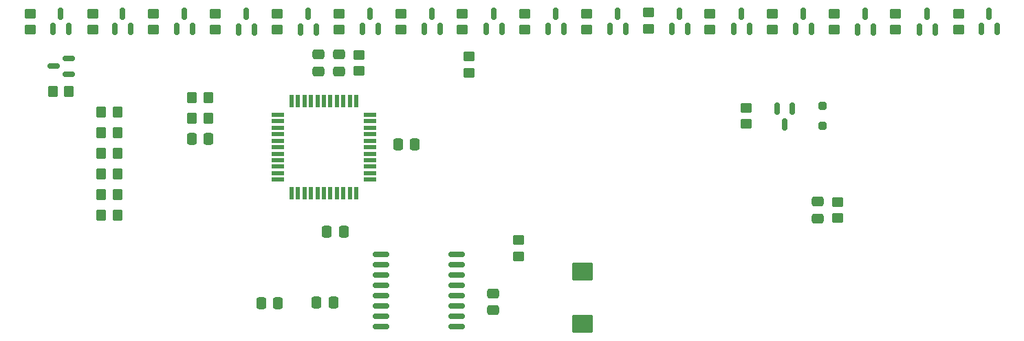
<source format=gbp>
%TF.GenerationSoftware,KiCad,Pcbnew,8.0.5*%
%TF.CreationDate,2025-01-20T02:34:16+03:00*%
%TF.ProjectId,SuperClockController,53757065-7243-46c6-9f63-6b436f6e7472,rev?*%
%TF.SameCoordinates,Original*%
%TF.FileFunction,Paste,Bot*%
%TF.FilePolarity,Positive*%
%FSLAX46Y46*%
G04 Gerber Fmt 4.6, Leading zero omitted, Abs format (unit mm)*
G04 Created by KiCad (PCBNEW 8.0.5) date 2025-01-20 02:34:16*
%MOMM*%
%LPD*%
G01*
G04 APERTURE LIST*
G04 Aperture macros list*
%AMRoundRect*
0 Rectangle with rounded corners*
0 $1 Rounding radius*
0 $2 $3 $4 $5 $6 $7 $8 $9 X,Y pos of 4 corners*
0 Add a 4 corners polygon primitive as box body*
4,1,4,$2,$3,$4,$5,$6,$7,$8,$9,$2,$3,0*
0 Add four circle primitives for the rounded corners*
1,1,$1+$1,$2,$3*
1,1,$1+$1,$4,$5*
1,1,$1+$1,$6,$7*
1,1,$1+$1,$8,$9*
0 Add four rect primitives between the rounded corners*
20,1,$1+$1,$2,$3,$4,$5,0*
20,1,$1+$1,$4,$5,$6,$7,0*
20,1,$1+$1,$6,$7,$8,$9,0*
20,1,$1+$1,$8,$9,$2,$3,0*%
G04 Aperture macros list end*
%ADD10RoundRect,0.250000X-0.450000X0.350000X-0.450000X-0.350000X0.450000X-0.350000X0.450000X0.350000X0*%
%ADD11RoundRect,0.250000X0.350000X0.450000X-0.350000X0.450000X-0.350000X-0.450000X0.350000X-0.450000X0*%
%ADD12RoundRect,0.150000X0.150000X-0.587500X0.150000X0.587500X-0.150000X0.587500X-0.150000X-0.587500X0*%
%ADD13RoundRect,0.250000X-1.025000X0.875000X-1.025000X-0.875000X1.025000X-0.875000X1.025000X0.875000X0*%
%ADD14RoundRect,0.250000X-0.337500X-0.475000X0.337500X-0.475000X0.337500X0.475000X-0.337500X0.475000X0*%
%ADD15RoundRect,0.250000X-0.350000X-0.450000X0.350000X-0.450000X0.350000X0.450000X-0.350000X0.450000X0*%
%ADD16RoundRect,0.150000X0.875000X0.150000X-0.875000X0.150000X-0.875000X-0.150000X0.875000X-0.150000X0*%
%ADD17RoundRect,0.250000X-0.475000X0.337500X-0.475000X-0.337500X0.475000X-0.337500X0.475000X0.337500X0*%
%ADD18RoundRect,0.250000X0.337500X0.475000X-0.337500X0.475000X-0.337500X-0.475000X0.337500X-0.475000X0*%
%ADD19RoundRect,0.150000X-0.150000X0.587500X-0.150000X-0.587500X0.150000X-0.587500X0.150000X0.587500X0*%
%ADD20RoundRect,0.250000X0.450000X-0.350000X0.450000X0.350000X-0.450000X0.350000X-0.450000X-0.350000X0*%
%ADD21RoundRect,0.250000X0.475000X-0.337500X0.475000X0.337500X-0.475000X0.337500X-0.475000X-0.337500X0*%
%ADD22RoundRect,0.150000X0.587500X0.150000X-0.587500X0.150000X-0.587500X-0.150000X0.587500X-0.150000X0*%
%ADD23R,0.550000X1.500000*%
%ADD24R,1.500000X0.550000*%
%ADD25RoundRect,0.250000X-0.250000X0.250000X-0.250000X-0.250000X0.250000X-0.250000X0.250000X0.250000X0*%
G04 APERTURE END LIST*
D10*
%TO.C,R14*%
X185400000Y-54900000D03*
X185400000Y-56900000D03*
%TD*%
%TO.C,R9*%
X147200000Y-54900000D03*
X147200000Y-56900000D03*
%TD*%
D11*
%TO.C,R19*%
X104775000Y-69596000D03*
X102775000Y-69596000D03*
%TD*%
D12*
%TO.C,Q14*%
X190180000Y-56817500D03*
X188280000Y-56817500D03*
X189230000Y-54942500D03*
%TD*%
D10*
%TO.C,R7*%
X132000000Y-54900000D03*
X132000000Y-56900000D03*
%TD*%
D13*
%TO.C,C1*%
X162052000Y-86716000D03*
X162052000Y-93116000D03*
%TD*%
D14*
%TO.C,C3*%
X129264500Y-90500000D03*
X131339500Y-90500000D03*
%TD*%
D10*
%TO.C,R2*%
X94000000Y-54900000D03*
X94000000Y-56900000D03*
%TD*%
D14*
%TO.C,C7*%
X139297500Y-70993000D03*
X141372500Y-70993000D03*
%TD*%
D15*
%TO.C,R28*%
X113935000Y-65278000D03*
X115935000Y-65278000D03*
%TD*%
D16*
%TO.C,U2*%
X146509000Y-84582000D03*
X146509000Y-85852000D03*
X146509000Y-87122000D03*
X146509000Y-88392000D03*
X146509000Y-89662000D03*
X146509000Y-90932000D03*
X146509000Y-92202000D03*
X146509000Y-93472000D03*
X137209000Y-93472000D03*
X137209000Y-92202000D03*
X137209000Y-90932000D03*
X137209000Y-89662000D03*
X137209000Y-88392000D03*
X137209000Y-87122000D03*
X137209000Y-85852000D03*
X137209000Y-84582000D03*
%TD*%
D17*
%TO.C,C10*%
X151003000Y-89386500D03*
X151003000Y-91461500D03*
%TD*%
D12*
%TO.C,Q12*%
X174940000Y-56817500D03*
X173040000Y-56817500D03*
X173990000Y-54942500D03*
%TD*%
%TO.C,Q2*%
X98740000Y-56817500D03*
X96840000Y-56817500D03*
X97790000Y-54942500D03*
%TD*%
D10*
%TO.C,R15*%
X193000000Y-54900000D03*
X193000000Y-56900000D03*
%TD*%
D11*
%TO.C,R18*%
X104775000Y-67056000D03*
X102775000Y-67056000D03*
%TD*%
D12*
%TO.C,Q3*%
X106360000Y-56817500D03*
X104460000Y-56817500D03*
X105410000Y-54942500D03*
%TD*%
D18*
%TO.C,C6*%
X115972500Y-70358000D03*
X113897500Y-70358000D03*
%TD*%
D12*
%TO.C,Q10*%
X159700000Y-56817500D03*
X157800000Y-56817500D03*
X158750000Y-54942500D03*
%TD*%
%TO.C,Q8*%
X144460000Y-56817500D03*
X142560000Y-56817500D03*
X143510000Y-54942500D03*
%TD*%
D19*
%TO.C,Q18*%
X185950000Y-66662500D03*
X187850000Y-66662500D03*
X186900000Y-68537500D03*
%TD*%
D10*
%TO.C,R17*%
X208300000Y-54900000D03*
X208300000Y-56900000D03*
%TD*%
D12*
%TO.C,Q16*%
X205420000Y-56847500D03*
X203520000Y-56847500D03*
X204470000Y-54972500D03*
%TD*%
D15*
%TO.C,R29*%
X113935000Y-67818000D03*
X115935000Y-67818000D03*
%TD*%
D20*
%TO.C,R27*%
X193421000Y-80121000D03*
X193421000Y-78121000D03*
%TD*%
D11*
%TO.C,R21*%
X104775000Y-74676000D03*
X102775000Y-74676000D03*
%TD*%
D10*
%TO.C,R8*%
X139700000Y-54900000D03*
X139700000Y-56900000D03*
%TD*%
%TO.C,R13*%
X177700000Y-54900000D03*
X177700000Y-56900000D03*
%TD*%
%TO.C,R25*%
X154178000Y-82820000D03*
X154178000Y-84820000D03*
%TD*%
%TO.C,R16*%
X200500000Y-54900000D03*
X200500000Y-56900000D03*
%TD*%
D11*
%TO.C,R22*%
X104775000Y-77216000D03*
X102775000Y-77216000D03*
%TD*%
D12*
%TO.C,Q11*%
X167320000Y-56817500D03*
X165420000Y-56817500D03*
X166370000Y-54942500D03*
%TD*%
%TO.C,Q7*%
X136840000Y-56817500D03*
X134940000Y-56817500D03*
X135890000Y-54942500D03*
%TD*%
%TO.C,Q13*%
X182560000Y-56817500D03*
X180660000Y-56817500D03*
X181610000Y-54942500D03*
%TD*%
D21*
%TO.C,C4*%
X132000000Y-62037500D03*
X132000000Y-59962500D03*
%TD*%
D10*
%TO.C,R5*%
X116800000Y-54900000D03*
X116800000Y-56900000D03*
%TD*%
%TO.C,R3*%
X101700000Y-54900000D03*
X101700000Y-56900000D03*
%TD*%
%TO.C,R4*%
X109200000Y-54900000D03*
X109200000Y-56900000D03*
%TD*%
D20*
%TO.C,R31*%
X134500000Y-62000000D03*
X134500000Y-60000000D03*
%TD*%
D18*
%TO.C,C8*%
X132609500Y-81788000D03*
X130534500Y-81788000D03*
%TD*%
D22*
%TO.C,Q1*%
X98737500Y-60450000D03*
X98737500Y-62350000D03*
X96862500Y-61400000D03*
%TD*%
D12*
%TO.C,Q9*%
X152080000Y-56817500D03*
X150180000Y-56817500D03*
X151130000Y-54942500D03*
%TD*%
D18*
%TO.C,C2*%
X124537500Y-90600000D03*
X122462500Y-90600000D03*
%TD*%
D23*
%TO.C,U1*%
X134175000Y-77074000D03*
X133375000Y-77074000D03*
X132575000Y-77074000D03*
X131775000Y-77074000D03*
X130975000Y-77074000D03*
X130175000Y-77074000D03*
X129375000Y-77074000D03*
X128575000Y-77074000D03*
X127775000Y-77074000D03*
X126975000Y-77074000D03*
X126175000Y-77074000D03*
D24*
X124475000Y-75374000D03*
X124475000Y-74574000D03*
X124475000Y-73774000D03*
X124475000Y-72974000D03*
X124475000Y-72174000D03*
X124475000Y-71374000D03*
X124475000Y-70574000D03*
X124475000Y-69774000D03*
X124475000Y-68974000D03*
X124475000Y-68174000D03*
X124475000Y-67374000D03*
D23*
X126175000Y-65674000D03*
X126975000Y-65674000D03*
X127775000Y-65674000D03*
X128575000Y-65674000D03*
X129375000Y-65674000D03*
X130175000Y-65674000D03*
X130975000Y-65674000D03*
X131775000Y-65674000D03*
X132575000Y-65674000D03*
X133375000Y-65674000D03*
X134175000Y-65674000D03*
D24*
X135875000Y-67374000D03*
X135875000Y-68174000D03*
X135875000Y-68974000D03*
X135875000Y-69774000D03*
X135875000Y-70574000D03*
X135875000Y-71374000D03*
X135875000Y-72174000D03*
X135875000Y-72974000D03*
X135875000Y-73774000D03*
X135875000Y-74574000D03*
X135875000Y-75374000D03*
%TD*%
D11*
%TO.C,R20*%
X104775000Y-72136000D03*
X102775000Y-72136000D03*
%TD*%
D10*
%TO.C,R6*%
X124400000Y-54900000D03*
X124400000Y-56900000D03*
%TD*%
D12*
%TO.C,Q4*%
X113980000Y-56817500D03*
X112080000Y-56817500D03*
X113030000Y-54942500D03*
%TD*%
D10*
%TO.C,R26*%
X182200000Y-66500000D03*
X182200000Y-68500000D03*
%TD*%
D21*
%TO.C,C9*%
X129500000Y-62037500D03*
X129500000Y-59962500D03*
%TD*%
D25*
%TO.C,D1*%
X191600000Y-66250000D03*
X191600000Y-68750000D03*
%TD*%
D11*
%TO.C,R23*%
X104775000Y-79756000D03*
X102775000Y-79756000D03*
%TD*%
D10*
%TO.C,R10*%
X154900000Y-54900000D03*
X154900000Y-56900000D03*
%TD*%
%TO.C,R24*%
X148082000Y-60214000D03*
X148082000Y-62214000D03*
%TD*%
D12*
%TO.C,Q17*%
X213040000Y-56817500D03*
X211140000Y-56817500D03*
X212090000Y-54942500D03*
%TD*%
D17*
%TO.C,C5*%
X191008000Y-78083500D03*
X191008000Y-80158500D03*
%TD*%
D10*
%TO.C,R11*%
X162500000Y-54900000D03*
X162500000Y-56900000D03*
%TD*%
D12*
%TO.C,Q6*%
X129220000Y-56847500D03*
X127320000Y-56847500D03*
X128270000Y-54972500D03*
%TD*%
D15*
%TO.C,R1*%
X96800000Y-64500000D03*
X98800000Y-64500000D03*
%TD*%
D12*
%TO.C,Q15*%
X197800000Y-56847500D03*
X195900000Y-56847500D03*
X196850000Y-54972500D03*
%TD*%
%TO.C,Q5*%
X121600000Y-56847500D03*
X119700000Y-56847500D03*
X120650000Y-54972500D03*
%TD*%
D10*
%TO.C,R12*%
X170100000Y-54800000D03*
X170100000Y-56800000D03*
%TD*%
M02*

</source>
